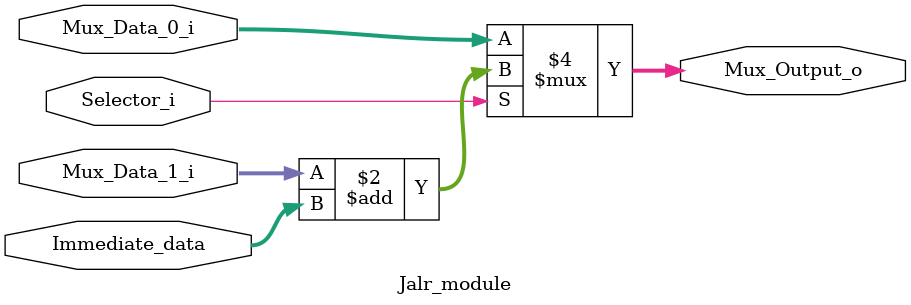
<source format=v>
module Jalr_module
#(
	parameter NBits = 32
)
(
	input Selector_i,
	input [NBits-1:0] Mux_Data_0_i,
	input [NBits-1:0] Mux_Data_1_i,
   input [12:0] Immediate_data, //Por la cantidad de bits en el inmediato de las tipo I
	
	output reg [NBits-1:0] Mux_Output_o

);

	always@(Selector_i ,Mux_Data_1_i ,Mux_Data_0_i) begin
		if(Selector_i)
			Mux_Output_o = Mux_Data_1_i + Immediate_data;
		else
			Mux_Output_o = Mux_Data_0_i;
	end

endmodule
</source>
